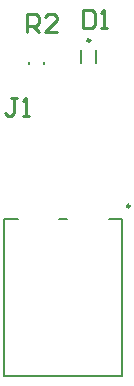
<source format=gto>
G04*
G04 #@! TF.GenerationSoftware,Altium Limited,Altium Designer,24.5.2 (23)*
G04*
G04 Layer_Color=65535*
%FSLAX44Y44*%
%MOMM*%
G71*
G04*
G04 #@! TF.SameCoordinates,B40037E1-588A-4406-99AE-C5184F74D879*
G04*
G04*
G04 #@! TF.FilePolarity,Positive*
G04*
G01*
G75*
%ADD10C,0.2500*%
%ADD11C,0.2000*%
%ADD12C,0.2540*%
D10*
X584820Y295710D02*
G03*
X584820Y295710I-1250J0D01*
G01*
X551160Y436080D02*
G03*
X551160Y436080I-1250J0D01*
G01*
D11*
X478570Y152210D02*
Y284710D01*
Y152210D02*
X578070D01*
Y284710D01*
X566820D02*
X578070D01*
X524820D02*
X531820D01*
X478570D02*
X489820D01*
X556160Y416830D02*
Y427830D01*
X543660Y416830D02*
Y427830D01*
X499210Y416452D02*
Y417905D01*
X511710Y416452D02*
Y417905D01*
D12*
X497332Y442722D02*
Y457957D01*
X504949D01*
X507489Y455418D01*
Y450340D01*
X504949Y447800D01*
X497332D01*
X502410D02*
X507489Y442722D01*
X522724D02*
X512567D01*
X522724Y452879D01*
Y455418D01*
X520185Y457957D01*
X515106D01*
X512567Y455418D01*
X488950Y387347D02*
X483872D01*
X486411D01*
Y374652D01*
X483872Y372113D01*
X481333D01*
X478793Y374652D01*
X494028Y372113D02*
X499107D01*
X496568D01*
Y387347D01*
X494028Y384808D01*
X545084Y461513D02*
Y446278D01*
X552701D01*
X555241Y448817D01*
Y458974D01*
X552701Y461513D01*
X545084D01*
X560319Y446278D02*
X565397D01*
X562858D01*
Y461513D01*
X560319Y458974D01*
M02*

</source>
